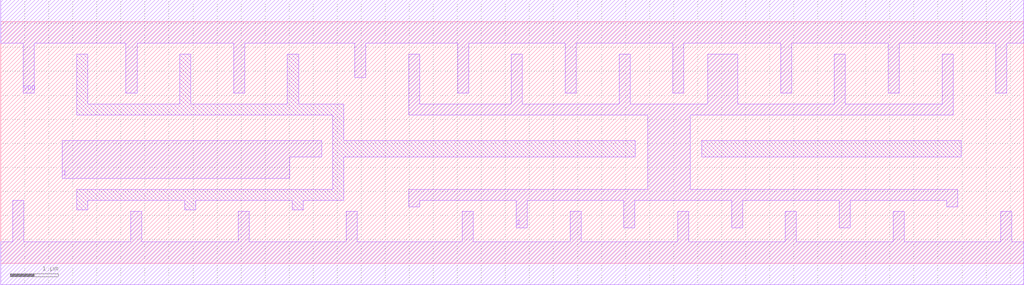
<source format=lef>
# Copyright 2022 GlobalFoundries PDK Authors
#
# Licensed under the Apache License, Version 2.0 (the "License");
# you may not use this file except in compliance with the License.
# You may obtain a copy of the License at
#
#      http://www.apache.org/licenses/LICENSE-2.0
#
# Unless required by applicable law or agreed to in writing, software
# distributed under the License is distributed on an "AS IS" BASIS,
# WITHOUT WARRANTIES OR CONDITIONS OF ANY KIND, either express or implied.
# See the License for the specific language governing permissions and
# limitations under the License.

MACRO gf180mcu_fd_sc_mcu9t5v0__clkbuf_12
  CLASS core ;
  FOREIGN gf180mcu_fd_sc_mcu9t5v0__clkbuf_12 0.0 0.0 ;
  ORIGIN 0 0 ;
  SYMMETRY X Y ;
  SITE GF018hv5v_green_sc9 ;
  SIZE 21.28 BY 5.04 ;
  PIN I
    DIRECTION INPUT ;
    ANTENNAGATEAREA 8.118 ;
    PORT
      LAYER Metal1 ;
        POLYGON 1.275 1.77 6.01 1.77 6.01 2.215 6.675 2.215 6.675 2.555 1.275 2.555  ;
    END
  END I
  PIN Z
    DIRECTION OUTPUT ;
    ANTENNADIFFAREA 9.3036 ;
    PORT
      LAYER Metal1 ;
        POLYGON 8.485 3.09 13.205 3.09 13.465 3.09 13.465 1.54 8.485 1.54 8.485 1.18 8.715 1.18 8.715 1.31 10.725 1.31 10.725 0.74 10.955 0.74 10.955 1.31 12.965 1.31 12.965 0.74 13.195 0.74 13.195 1.31 15.205 1.31 15.205 0.74 15.435 0.74 15.435 1.31 17.445 1.31 17.445 0.74 17.675 0.74 17.675 1.31 19.685 1.31 19.685 1.18 19.915 1.18 19.915 1.54 14.35 1.54 14.35 3.09 19.815 3.09 19.815 4.36 19.585 4.36 19.585 3.32 17.575 3.32 17.575 4.36 17.345 4.36 17.345 3.32 15.335 3.32 15.335 4.36 14.71 4.36 14.71 3.32 13.205 3.32 13.095 3.32 13.095 4.36 12.865 4.36 12.865 3.32 10.855 3.32 10.855 4.36 10.625 4.36 10.625 3.32 8.715 3.32 8.715 4.36 8.485 4.36  ;
    END
  END Z
  PIN VDD
    DIRECTION INOUT ;
    USE power ;
    SHAPE ABUTMENT ;
    PORT
      LAYER Metal1 ;
        POLYGON 0 4.59 0.465 4.59 0.465 3.55 0.695 3.55 0.695 4.59 2.605 4.59 2.605 3.55 2.835 3.55 2.835 4.59 4.845 4.59 4.845 3.55 5.075 3.55 5.075 4.59 7.365 4.59 7.365 3.875 7.595 3.875 7.595 4.59 9.505 4.59 9.505 3.55 9.735 3.55 9.735 4.59 11.745 4.59 11.745 3.55 11.975 3.55 11.975 4.59 13.205 4.59 13.985 4.59 13.985 3.55 14.215 3.55 14.215 4.59 16.225 4.59 16.225 3.55 16.455 3.55 16.455 4.59 18.465 4.59 18.465 3.55 18.695 3.55 18.695 4.59 19.98 4.59 20.705 4.59 20.705 3.55 20.935 3.55 20.935 4.59 21.28 4.59 21.28 5.49 19.98 5.49 13.205 5.49 0 5.49  ;
    END
  END VDD
  PIN VSS
    DIRECTION INOUT ;
    USE ground ;
    SHAPE ABUTMENT ;
    PORT
      LAYER Metal1 ;
        POLYGON 0 -0.45 21.28 -0.45 21.28 0.45 21.035 0.45 21.035 1.08 20.805 1.08 20.805 0.45 18.795 0.45 18.795 1.08 18.565 1.08 18.565 0.45 16.555 0.45 16.555 1.08 16.325 1.08 16.325 0.45 14.315 0.45 14.315 1.08 14.085 1.08 14.085 0.45 12.075 0.45 12.075 1.08 11.845 1.08 11.845 0.45 9.835 0.45 9.835 1.08 9.605 1.08 9.605 0.45 7.415 0.45 7.415 1.08 7.185 1.08 7.185 0.45 5.175 0.45 5.175 1.08 4.945 1.08 4.945 0.45 2.935 0.45 2.935 1.08 2.705 1.08 2.705 0.45 0.475 0.45 0.475 1.315 0.245 1.315 0.245 0.45 0 0.45  ;
    END
  END VSS
  OBS
      LAYER Metal1 ;
        POLYGON 1.585 3.09 6.905 3.09 6.905 1.54 1.585 1.54 1.585 1.11 1.815 1.11 1.815 1.31 3.825 1.31 3.825 1.11 4.055 1.11 4.055 1.31 6.065 1.31 6.065 1.11 6.295 1.11 6.295 1.31 7.135 1.31 7.135 2.215 13.205 2.215 13.205 2.555 7.135 2.555 7.135 3.32 6.195 3.32 6.195 4.36 5.965 4.36 5.965 3.32 3.955 3.32 3.955 4.36 3.725 4.36 3.725 3.32 1.815 3.32 1.815 4.36 1.585 4.36  ;
        POLYGON 14.58 2.215 19.98 2.215 19.98 2.555 14.58 2.555  ;
  END
END gf180mcu_fd_sc_mcu9t5v0__clkbuf_12

</source>
